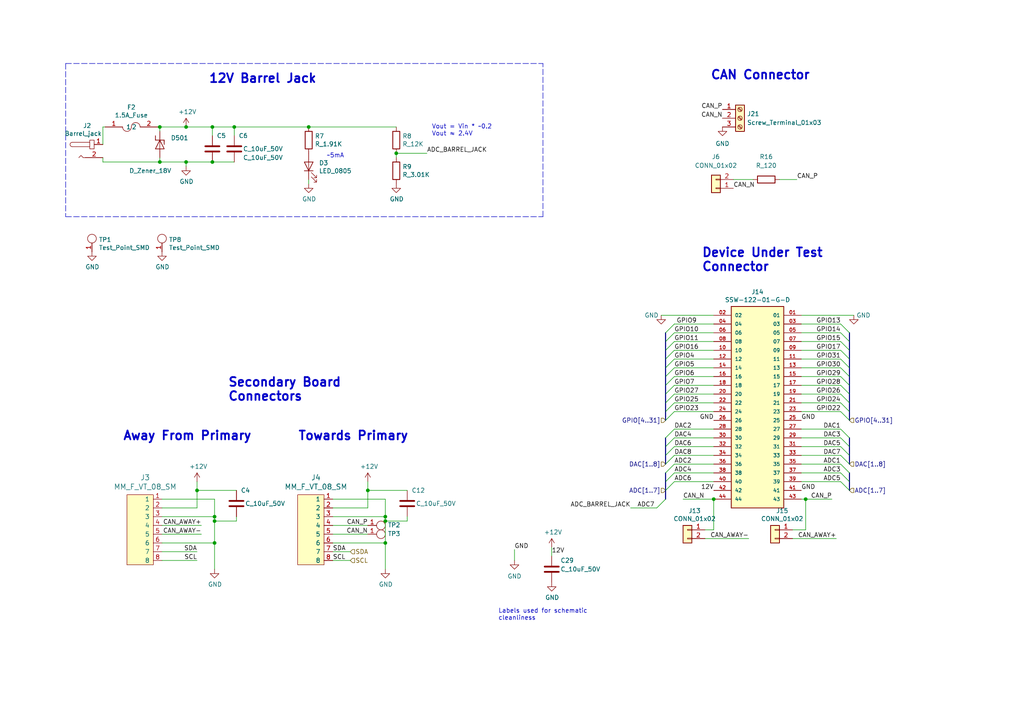
<source format=kicad_sch>
(kicad_sch (version 20211123) (generator eeschema)
  (paper "A4")
  (lib_symbols
    (symbol "formula:1.5A_Fuse" (pin_names (offset 1.016))
      (property "Reference" "F" (at 0 3.81 0))
      (property "Value" "1.5A_Fuse" (at 0 -3.81 0))
      (symbol "1.5A_Fuse_0_1"
        (arc (start -2.54 0) (mid -1.27 -1.27) (end 0 0))
        (arc (start 1.27 1.27) (mid 0.3554 0.9071) (end 0 0))
        (arc (start 2.54 0) (mid 2.1771 0.9146) (end 1.27 1.27))
      )
      (symbol "1.5A_Fuse_1_1"
        (pin input line (at -7.62 0 0) (length 5.08) (name "1") (number "1"))
        (pin input line (at 7.62 0 180) (length 5.08) (name "2") (number "2"))
      )
    )
    (symbol "formula:Barrel_jack" (pin_names (offset 0) hide)
      (property "Reference" "J" (at 0 0 0))
      (property "Value" "Barrel_jack" (at 0 0 0))
      (symbol "Barrel_jack_0_1"
        (arc (start -3.81 -4.445) (mid -4.445 -5.08) (end -3.81 -5.715))
        (polyline (pts (xy 1.27 -5.715) (xy -3.81 -5.715)))
        (polyline (pts (xy 1.27 -4.445) (xy -3.81 -4.445)))
        (polyline (pts (xy 0 -8.89) (xy -0.635 -8.89) (xy -1.27 -8.255) (xy -1.905 -8.89)))
        (rectangle (start 1.27 -3.81) (end 2.54 -6.35))
      )
      (symbol "Barrel_jack_1_1"
        (pin power_out line (at 5.08 -5.08 180) (length 2.54) (name "center") (number "1"))
        (pin power_out line (at 5.08 -8.89 180) (length 5.08) (name "Shell") (number "2"))
      )
    )
    (symbol "formula:CONN_01x02" (pin_names (offset 1.016) hide)
      (property "Reference" "J" (at 0 2.54 0))
      (property "Value" "CONN_01x02" (at 0 -5.08 0))
      (symbol "CONN_01x02_1_1"
        (rectangle (start -1.27 -2.413) (end 0 -2.667) (stroke (width 0.1524)))
        (rectangle (start -1.27 0.127) (end 0 -0.127) (stroke (width 0.1524)))
        (rectangle (start -1.27 1.27) (end 1.27 -3.81) (stroke (width 0.254)) (fill (type background)))
        (pin passive line (at -5.08 0 0) (length 3.81) (name "Pin_1") (number "1"))
        (pin passive line (at -5.08 -2.54 0) (length 3.81) (name "Pin_2") (number "2"))
      )
    )
    (symbol "formula:C_10uF_50V" (pin_numbers hide) (pin_names (offset 0.254))
      (property "Reference" "C" (at 0.635 3.81 0))
      (property "Value" "C_10uF_50V" (at 0.635 -1.27 0))
      (symbol "C_10uF_50V_0_1"
        (polyline (pts (xy -2.032 0.508) (xy 2.032 0.508)) (stroke (width 0.508)))
        (polyline (pts (xy -2.032 2.032) (xy 2.032 2.032)) (stroke (width 0.508)))
      )
      (symbol "C_10uF_50V_1_1"
        (pin passive line (at 0 5.08 270) (length 2.794) (name "~") (number "1"))
        (pin passive line (at 0 -2.54 90) (length 2.794) (name "~") (number "2"))
      )
    )
    (symbol "formula:D_Zener_18V" (pin_numbers hide) (pin_names (offset 1.016) hide)
      (property "Reference" "D" (at 0 2.54 0))
      (property "Value" "D_Zener_18V" (at 0 -2.54 0))
      (symbol "D_Zener_18V_0_1"
        (polyline (pts (xy -1.27 -1.27) (xy -2.54 -1.27)) (stroke (width 0.2032)))
        (polyline (pts (xy -1.27 1.27) (xy 0 1.27)) (stroke (width 0.2032)))
        (polyline (pts (xy 1.27 0) (xy -1.27 0)))
        (polyline (pts (xy -1.27 -1.27) (xy -1.27 1.27) (xy -0.762 1.27)) (stroke (width 0.2032)))
        (polyline (pts (xy 1.27 -1.27) (xy 1.27 1.27) (xy -1.27 0) (xy 1.27 -1.27)) (stroke (width 0.2032)))
      )
      (symbol "D_Zener_18V_1_1"
        (pin passive line (at -3.81 0 0) (length 2.54) (name "K") (number "1"))
        (pin passive line (at 3.81 0 180) (length 2.54) (name "A") (number "2"))
      )
    )
    (symbol "formula:LED_0805" (pin_numbers hide) (pin_names (offset 1.016) hide)
      (property "Reference" "D" (at 0 -2.54 0))
      (property "Value" "LED_0805" (at 0 2.54 0))
      (symbol "LED_0805_0_1"
        (polyline (pts (xy -1.27 -1.27) (xy -1.27 1.27)) (stroke (width 0.2032)))
        (polyline (pts (xy -1.27 0) (xy 1.27 0)))
        (polyline (pts (xy 1.27 -1.27) (xy 1.27 1.27) (xy -1.27 0) (xy 1.27 -1.27)) (stroke (width 0.2032)))
        (polyline (pts (xy -3.048 -0.762) (xy -4.572 -2.286) (xy -3.81 -2.286) (xy -4.572 -2.286) (xy -4.572 -1.524)))
        (polyline (pts (xy -1.778 -0.762) (xy -3.302 -2.286) (xy -2.54 -2.286) (xy -3.302 -2.286) (xy -3.302 -1.524)))
      )
      (symbol "LED_0805_1_1"
        (pin passive line (at -3.81 0 0) (length 2.54) (name "K") (number "1"))
        (pin passive line (at 3.81 0 180) (length 2.54) (name "A") (number "2"))
      )
    )
    (symbol "formula:MM_F_VT_08_SM" (pin_names (offset 1.016))
      (property "Reference" "J" (at 0 10.16 0))
      (property "Value" "MM_F_VT_08_SM" (at 1.27 -13.97 0))
      (symbol "MM_F_VT_08_SM_0_1"
        (rectangle (start 3.81 -11.43) (end -3.81 8.89) (fill (type background)))
      )
      (symbol "MM_F_VT_08_SM_1_1"
        (pin bidirectional line (at 6.35 7.62 180) (length 2.54) (name "1") (number "1"))
        (pin bidirectional line (at 6.35 5.08 180) (length 2.54) (name "2") (number "2"))
        (pin bidirectional line (at 6.35 2.54 180) (length 2.54) (name "3") (number "3"))
        (pin bidirectional line (at 6.35 0 180) (length 2.54) (name "4") (number "4"))
        (pin bidirectional line (at 6.35 -2.54 180) (length 2.54) (name "5") (number "5"))
        (pin bidirectional line (at 6.35 -5.08 180) (length 2.54) (name "6") (number "6"))
        (pin bidirectional line (at 6.35 -7.62 180) (length 2.54) (name "7") (number "7"))
        (pin bidirectional line (at 6.35 -10.16 180) (length 2.54) (name "8") (number "8"))
      )
    )
    (symbol "formula:R_1.91K" (pin_numbers hide) (pin_names (offset 0))
      (property "Reference" "R" (at 2.032 0 90))
      (property "Value" "R_1.91K" (at -2.54 0 90))
      (symbol "R_1.91K_0_1"
        (rectangle (start -1.016 -2.54) (end 1.016 2.54) (stroke (width 0.254)))
      )
      (symbol "R_1.91K_1_1"
        (pin passive line (at 0 3.81 270) (length 1.27) (name "~") (number "1"))
        (pin passive line (at 0 -3.81 90) (length 1.27) (name "~") (number "2"))
      )
    )
    (symbol "formula:R_120" (pin_numbers hide) (pin_names (offset 0))
      (property "Reference" "R" (at 2.032 0 90))
      (property "Value" "R_120" (at -2.54 0 90))
      (symbol "R_120_0_1"
        (rectangle (start -1.016 -2.54) (end 1.016 2.54) (stroke (width 0.254)))
      )
      (symbol "R_120_1_1"
        (pin passive line (at 0 3.81 270) (length 1.27) (name "~") (number "1"))
        (pin passive line (at 0 -3.81 90) (length 1.27) (name "~") (number "2"))
      )
    )
    (symbol "formula:R_12K" (pin_numbers hide) (pin_names (offset 0))
      (property "Reference" "R" (at 2.032 0 90))
      (property "Value" "R_12K" (at -2.54 0 90))
      (symbol "R_12K_0_1"
        (rectangle (start -1.016 -2.54) (end 1.016 2.54) (stroke (width 0.254)))
      )
      (symbol "R_12K_1_1"
        (pin passive line (at 0 3.81 270) (length 1.27) (name "~") (number "1"))
        (pin passive line (at 0 -3.81 90) (length 1.27) (name "~") (number "2"))
      )
    )
    (symbol "formula:R_3.01K" (pin_numbers hide) (pin_names (offset 0))
      (property "Reference" "R" (at 2.032 0 90))
      (property "Value" "R_3.01K" (at -2.54 0 90))
      (symbol "R_3.01K_0_1"
        (rectangle (start -1.016 -2.54) (end 1.016 2.54) (stroke (width 0.254)))
      )
      (symbol "R_3.01K_1_1"
        (pin passive line (at 0 3.81 270) (length 1.27) (name "~") (number "1"))
        (pin passive line (at 0 -3.81 90) (length 1.27) (name "~") (number "2"))
      )
    )
    (symbol "formula:SSW-122-01-G-D" (pin_names (offset 1.016))
      (property "Reference" "J" (at -8.128 30.48 0))
      (property "Value" "SSW-122-01-G-D" (at -7.62 -30.48 0))
      (symbol "SSW-122-01-G-D_0_0"
        (rectangle (start -7.62 -27.94) (end 7.62 30.48) (stroke (width 0.254)) (fill (type background)))
        (pin passive line (at 12.7 27.94 180) (length 5.08) (name "01") (number "01"))
        (pin passive line (at -12.7 27.94 0) (length 5.08) (name "02") (number "02"))
        (pin passive line (at 12.7 25.4 180) (length 5.08) (name "03") (number "03"))
        (pin passive line (at -12.7 25.4 0) (length 5.08) (name "04") (number "04"))
        (pin passive line (at 12.7 22.86 180) (length 5.08) (name "05") (number "05"))
        (pin passive line (at -12.7 22.86 0) (length 5.08) (name "06") (number "06"))
        (pin passive line (at 12.7 20.32 180) (length 5.08) (name "07") (number "07"))
        (pin passive line (at -12.7 20.32 0) (length 5.08) (name "08") (number "08"))
        (pin passive line (at 12.7 17.78 180) (length 5.08) (name "09") (number "09"))
        (pin passive line (at -12.7 17.78 0) (length 5.08) (name "10") (number "10"))
        (pin passive line (at 12.7 15.24 180) (length 5.08) (name "11") (number "11"))
        (pin passive line (at -12.7 15.24 0) (length 5.08) (name "12") (number "12"))
        (pin passive line (at 12.7 12.7 180) (length 5.08) (name "13") (number "13"))
        (pin passive line (at -12.7 12.7 0) (length 5.08) (name "14") (number "14"))
        (pin passive line (at 12.7 10.16 180) (length 5.08) (name "15") (number "15"))
        (pin passive line (at -12.7 10.16 0) (length 5.08) (name "16") (number "16"))
        (pin passive line (at 12.7 7.62 180) (length 5.08) (name "17") (number "17"))
        (pin passive line (at -12.7 7.62 0) (length 5.08) (name "18") (number "18"))
        (pin passive line (at 12.7 5.08 180) (length 5.08) (name "19") (number "19"))
        (pin passive line (at -12.7 5.08 0) (length 5.08) (name "20") (number "20"))
        (pin passive line (at 12.7 2.54 180) (length 5.08) (name "21") (number "21"))
        (pin passive line (at -12.7 2.54 0) (length 5.08) (name "22") (number "22"))
        (pin passive line (at 12.7 0 180) (length 5.08) (name "23") (number "23"))
        (pin passive line (at -12.7 0 0) (length 5.08) (name "24") (number "24"))
        (pin passive line (at 12.7 -2.54 180) (length 5.08) (name "25") (number "25"))
        (pin passive line (at -12.7 -2.54 0) (length 5.08) (name "26") (number "26"))
        (pin passive line (at 12.7 -5.08 180) (length 5.08) (name "27") (number "27"))
        (pin passive line (at -12.7 -5.08 0) (length 5.08) (name "28") (number "28"))
        (pin passive line (at 12.7 -7.62 180) (length 5.08) (name "29") (number "29"))
        (pin passive line (at -12.7 -7.62 0) (length 5.08) (name "30") (number "30"))
        (pin passive line (at 12.7 -10.16 180) (length 5.08) (name "31") (number "31"))
        (pin passive line (at -12.7 -10.16 0) (length 5.08) (name "32") (number "32"))
        (pin passive line (at 12.7 -12.7 180) (length 5.08) (name "33") (number "33"))
        (pin passive line (at -12.7 -12.7 0) (length 5.08) (name "34") (number "34"))
        (pin passive line (at 12.7 -15.24 180) (length 5.08) (name "35") (number "35"))
        (pin passive line (at -12.7 -15.24 0) (length 5.08) (name "36") (number "36"))
        (pin passive line (at 12.7 -17.78 180) (length 5.08) (name "37") (number "37"))
        (pin passive line (at -12.7 -17.78 0) (length 5.08) (name "38") (number "38"))
        (pin passive line (at 12.7 -20.32 180) (length 5.08) (name "39") (number "39"))
        (pin passive line (at -12.7 -20.32 0) (length 5.08) (name "40") (number "40"))
        (pin passive line (at 12.7 -22.86 180) (length 5.08) (name "41") (number "41"))
        (pin passive line (at -12.7 -22.86 0) (length 5.08) (name "42") (number "42"))
        (pin passive line (at 12.7 -25.4 180) (length 5.08) (name "43") (number "43"))
        (pin passive line (at -12.7 -25.4 0) (length 5.08) (name "44") (number "44"))
      )
    )
    (symbol "formula:Screw_Terminal_01x03" (pin_names (offset 1.016) hide)
      (property "Reference" "J" (at 0 5.08 0))
      (property "Value" "Screw_Terminal_01x03" (at 0 -5.08 0))
      (symbol "Screw_Terminal_01x03_1_1"
        (rectangle (start -1.27 3.81) (end 1.27 -3.81) (stroke (width 0.254)) (fill (type background)))
        (circle (center 0 -2.54) (radius 0.635) (stroke (width 0.1524)))
        (polyline (pts (xy -0.5334 -2.2098) (xy 0.3302 -3.048)) (stroke (width 0.1524)))
        (polyline (pts (xy -0.5334 0.3302) (xy 0.3302 -0.508)) (stroke (width 0.1524)))
        (polyline (pts (xy -0.5334 2.8702) (xy 0.3302 2.032)) (stroke (width 0.1524)))
        (polyline (pts (xy -0.3556 -2.032) (xy 0.508 -2.8702)) (stroke (width 0.1524)))
        (polyline (pts (xy -0.3556 0.508) (xy 0.508 -0.3302)) (stroke (width 0.1524)))
        (polyline (pts (xy -0.3556 3.048) (xy 0.508 2.2098)) (stroke (width 0.1524)))
        (circle (center 0 0) (radius 0.635) (stroke (width 0.1524)))
        (circle (center 0 2.54) (radius 0.635) (stroke (width 0.1524)))
        (pin passive line (at -5.08 2.54 0) (length 3.81) (name "Pin_1") (number "1"))
        (pin passive line (at -5.08 0 0) (length 3.81) (name "Pin_2") (number "2"))
        (pin passive line (at -5.08 -2.54 0) (length 3.81) (name "Pin_3") (number "3"))
      )
    )
    (symbol "formula:Test_Point_SMD" (pin_names (offset 1.016))
      (property "Reference" "TP" (at 0 7.62 0))
      (property "Value" "Test_Point_SMD" (at 1.27 5.08 0))
      (symbol "Test_Point_SMD_1_1"
        (circle (center 0 2.54) (radius 1.27))
        (pin input line (at 0 -1.27 90) (length 2.54) (name "~") (number "1"))
      )
    )
    (symbol "power:+12V" (power) (pin_names (offset 0))
      (property "Value" "+12V" (at 0 3.556 0))
      (symbol "+12V_0_1"
        (polyline (pts (xy -0.762 1.27) (xy 0 2.54)))
        (polyline (pts (xy 0 0) (xy 0 2.54)))
        (polyline (pts (xy 0 2.54) (xy 0.762 1.27)))
      )
      (symbol "+12V_1_1"
        (pin power_in line (at 0 0 90) (length 0) hide (name "+12V") (number "1"))
      )
    )
    (symbol "power:GND" (power) (pin_names (offset 0))
      (property "Value" "GND" (at 0 -3.81 0))
      (symbol "GND_0_1"
        (polyline (pts (xy 0 0) (xy 0 -1.27) (xy 1.27 -1.27) (xy 0 -2.54) (xy -1.27 -1.27) (xy 0 -1.27)))
      )
      (symbol "GND_1_1"
        (pin power_in line (at 0 0 270) (length 0) hide (name "GND") (number "1"))
      )
    )
  )
  (junction (at 61.595 46.99))
  (junction (at 207.01 144.78))
  (junction (at 61.595 36.83))
  (junction (at 53.975 46.99))
  (junction (at 57.15 142.24))
  (junction (at 46.355 36.83))
  (junction (at 53.975 36.83))
  (junction (at 89.535 36.83))
  (junction (at 62.23 151.13))
  (junction (at 114.935 44.45))
  (junction (at 46.355 46.99))
  (junction (at 111.76 151.13))
  (junction (at 111.76 149.86))
  (junction (at 62.23 149.86))
  (junction (at 111.76 157.48))
  (junction (at 67.945 36.83))
  (junction (at 106.68 142.24))
  (junction (at 62.23 157.48))
  (junction (at 233.68 144.78))
  (bus_entry (at 243.84 111.76) (size 2.54 2.54))
  (bus_entry (at 193.04 106.68) (size 2.54 -2.54))
  (bus_entry (at 193.04 99.06) (size 2.54 -2.54))
  (bus_entry (at 243.84 124.46) (size 2.54 2.54))
  (bus_entry (at 243.84 127) (size 2.54 2.54))
  (bus_entry (at 243.84 129.54) (size 2.54 2.54))
  (bus_entry (at 243.84 99.06) (size 2.54 2.54))
  (bus_entry (at 243.84 116.84) (size 2.54 2.54))
  (bus_entry (at 243.84 109.22) (size 2.54 2.54))
  (bus_entry (at 193.04 111.76) (size 2.54 -2.54))
  (bus_entry (at 193.04 137.16) (size 2.54 -2.54))
  (bus_entry (at 193.04 127) (size 2.54 -2.54))
  (bus_entry (at 193.04 129.54) (size 2.54 -2.54))
  (bus_entry (at 193.04 132.08) (size 2.54 -2.54))
  (bus_entry (at 193.04 134.62) (size 2.54 -2.54))
  (bus_entry (at 195.58 119.38) (size -2.54 2.54))
  (bus_entry (at 243.84 101.6) (size 2.54 2.54))
  (bus_entry (at 193.04 109.22) (size 2.54 -2.54))
  (bus_entry (at 243.84 93.98) (size 2.54 2.54))
  (bus_entry (at 246.38 134.62) (size -2.54 -2.54))
  (bus_entry (at 243.84 106.68) (size 2.54 2.54))
  (bus_entry (at 193.04 114.3) (size 2.54 -2.54))
  (bus_entry (at 243.84 119.38) (size 2.54 2.54))
  (bus_entry (at 193.04 144.78) (size -2.54 2.54))
  (bus_entry (at 243.84 104.14) (size 2.54 2.54))
  (bus_entry (at 193.04 116.84) (size 2.54 -2.54))
  (bus_entry (at 195.58 116.84) (size -2.54 2.54))
  (bus_entry (at 193.04 96.52) (size 2.54 -2.54))
  (bus_entry (at 193.04 101.6) (size 2.54 -2.54))
  (bus_entry (at 243.84 96.52) (size 2.54 2.54))
  (bus_entry (at 193.04 139.7) (size 2.54 -2.54))
  (bus_entry (at 193.04 142.24) (size 2.54 -2.54))
  (bus_entry (at 193.04 104.14) (size 2.54 -2.54))
  (bus_entry (at 243.84 134.62) (size 2.54 2.54))
  (bus_entry (at 243.84 137.16) (size 2.54 2.54))
  (bus_entry (at 243.84 139.7) (size 2.54 2.54))
  (bus_entry (at 243.84 114.3) (size 2.54 2.54))
  (wire (pts (xy 46.99 154.94) (xy 58.42 154.94)))
  (bus (pts (xy 246.38 114.3) (xy 246.38 116.84)))
  (wire (pts (xy 67.945 36.83) (xy 61.595 36.83)))
  (wire (pts (xy 57.15 147.32) (xy 46.99 147.32)))
  (wire (pts (xy 195.58 129.54) (xy 207.01 129.54)))
  (wire (pts (xy 232.41 116.84) (xy 243.84 116.84)))
  (bus (pts (xy 246.38 104.14) (xy 246.38 106.68)))
  (bus (pts (xy 193.04 139.7) (xy 193.04 142.24)))
  (wire (pts (xy 68.58 142.24) (xy 57.15 142.24)))
  (wire (pts (xy 195.58 93.98) (xy 207.01 93.98)))
  (wire (pts (xy 57.15 142.24) (xy 57.15 147.32)))
  (wire (pts (xy 243.84 114.3) (xy 232.41 114.3)))
  (wire (pts (xy 232.41 139.7) (xy 243.84 139.7)))
  (wire (pts (xy 62.23 165.1) (xy 62.23 157.48)))
  (wire (pts (xy 207.01 101.6) (xy 195.58 101.6)))
  (wire (pts (xy 96.52 149.86) (xy 111.76 149.86)))
  (bus (pts (xy 193.04 104.14) (xy 193.04 106.68)))
  (wire (pts (xy 207.01 109.22) (xy 195.58 109.22)))
  (wire (pts (xy 195.58 124.46) (xy 207.01 124.46)))
  (wire (pts (xy 243.84 109.22) (xy 232.41 109.22)))
  (wire (pts (xy 243.84 104.14) (xy 232.41 104.14)))
  (wire (pts (xy 229.87 153.67) (xy 233.68 153.67)))
  (bus (pts (xy 246.38 119.38) (xy 246.38 121.92)))
  (wire (pts (xy 106.68 142.24) (xy 106.68 147.32)))
  (wire (pts (xy 243.84 99.06) (xy 232.41 99.06)))
  (wire (pts (xy 62.23 149.86) (xy 62.23 151.13)))
  (wire (pts (xy 106.68 152.4) (xy 96.52 152.4)))
  (wire (pts (xy 195.58 106.68) (xy 207.01 106.68)))
  (wire (pts (xy 29.845 36.83) (xy 30.48 36.83)))
  (wire (pts (xy 96.52 160.02) (xy 101.6 160.02)))
  (wire (pts (xy 232.41 96.52) (xy 243.84 96.52)))
  (bus (pts (xy 193.04 119.38) (xy 193.04 121.92)))
  (bus (pts (xy 193.04 142.24) (xy 193.04 144.78)))
  (wire (pts (xy 195.58 137.16) (xy 207.01 137.16)))
  (wire (pts (xy 243.84 101.6) (xy 232.41 101.6)))
  (bus (pts (xy 246.38 101.6) (xy 246.38 104.14)))
  (wire (pts (xy 118.11 142.24) (xy 106.68 142.24)))
  (bus (pts (xy 193.04 114.3) (xy 193.04 116.84)))
  (wire (pts (xy 67.945 46.99) (xy 61.595 46.99)))
  (bus (pts (xy 246.38 99.06) (xy 246.38 101.6)))
  (polyline (pts (xy 19.05 18.415) (xy 157.48 18.415)))
  (wire (pts (xy 217.17 156.21) (xy 204.47 156.21)))
  (wire (pts (xy 232.41 124.46) (xy 243.84 124.46)))
  (wire (pts (xy 232.41 93.98) (xy 243.84 93.98)))
  (bus (pts (xy 246.38 139.7) (xy 246.38 142.24)))
  (bus (pts (xy 246.38 127) (xy 246.38 129.54)))
  (wire (pts (xy 46.99 149.86) (xy 62.23 149.86)))
  (wire (pts (xy 226.06 52.07) (xy 231.14 52.07)))
  (wire (pts (xy 233.68 144.78) (xy 232.41 144.78)))
  (wire (pts (xy 53.975 48.26) (xy 53.975 46.99)))
  (wire (pts (xy 195.58 116.84) (xy 207.01 116.84)))
  (wire (pts (xy 195.58 104.14) (xy 207.01 104.14)))
  (wire (pts (xy 62.23 151.13) (xy 62.23 157.48)))
  (wire (pts (xy 207.01 119.38) (xy 195.58 119.38)))
  (wire (pts (xy 212.725 52.07) (xy 218.44 52.07)))
  (wire (pts (xy 207.01 127) (xy 195.58 127)))
  (wire (pts (xy 57.15 139.7) (xy 57.15 142.24)))
  (wire (pts (xy 207.01 132.08) (xy 195.58 132.08)))
  (wire (pts (xy 96.52 157.48) (xy 111.76 157.48)))
  (wire (pts (xy 111.76 144.78) (xy 111.76 149.86)))
  (wire (pts (xy 62.23 144.78) (xy 46.99 144.78)))
  (polyline (pts (xy 19.05 62.865) (xy 157.48 62.865)))
  (wire (pts (xy 89.535 36.83) (xy 114.935 36.83)))
  (wire (pts (xy 195.58 96.52) (xy 207.01 96.52)))
  (wire (pts (xy 111.76 149.86) (xy 111.76 151.13)))
  (wire (pts (xy 204.47 153.67) (xy 207.01 153.67)))
  (wire (pts (xy 67.945 39.37) (xy 67.945 36.83)))
  (bus (pts (xy 246.38 96.52) (xy 246.38 99.06)))
  (wire (pts (xy 118.11 151.13) (xy 111.76 151.13)))
  (bus (pts (xy 193.04 116.84) (xy 193.04 119.38)))
  (bus (pts (xy 193.04 127) (xy 193.04 129.54)))
  (bus (pts (xy 193.04 111.76) (xy 193.04 114.3)))
  (wire (pts (xy 96.52 162.56) (xy 101.6 162.56)))
  (wire (pts (xy 160.02 158.75) (xy 160.02 161.29)))
  (bus (pts (xy 193.04 106.68) (xy 193.04 109.22)))
  (wire (pts (xy 207.01 99.06) (xy 195.58 99.06)))
  (wire (pts (xy 207.01 153.67) (xy 207.01 144.78)))
  (wire (pts (xy 243.84 119.38) (xy 232.41 119.38)))
  (wire (pts (xy 111.76 151.13) (xy 111.76 157.48)))
  (bus (pts (xy 193.04 96.52) (xy 193.04 99.06)))
  (wire (pts (xy 106.68 147.32) (xy 96.52 147.32)))
  (wire (pts (xy 195.58 134.62) (xy 207.01 134.62)))
  (wire (pts (xy 243.84 127) (xy 232.41 127)))
  (bus (pts (xy 193.04 99.06) (xy 193.04 101.6)))
  (wire (pts (xy 207.01 144.78) (xy 198.12 144.78)))
  (wire (pts (xy 232.41 111.76) (xy 243.84 111.76)))
  (wire (pts (xy 61.595 39.37) (xy 61.595 36.83)))
  (bus (pts (xy 246.38 137.16) (xy 246.38 139.7)))
  (wire (pts (xy 46.355 45.72) (xy 46.355 46.99)))
  (wire (pts (xy 182.88 147.32) (xy 190.5 147.32)))
  (wire (pts (xy 232.41 129.54) (xy 243.84 129.54)))
  (wire (pts (xy 62.23 144.78) (xy 62.23 149.86)))
  (wire (pts (xy 232.41 106.68) (xy 243.84 106.68)))
  (bus (pts (xy 246.38 129.54) (xy 246.38 132.08)))
  (wire (pts (xy 114.935 45.72) (xy 114.935 44.45)))
  (bus (pts (xy 193.04 109.22) (xy 193.04 111.76)))
  (wire (pts (xy 46.99 152.4) (xy 58.42 152.4)))
  (bus (pts (xy 193.04 129.54) (xy 193.04 132.08)))
  (wire (pts (xy 46.99 157.48) (xy 62.23 157.48)))
  (bus (pts (xy 246.38 132.08) (xy 246.38 134.62)))
  (wire (pts (xy 29.845 46.99) (xy 46.355 46.99)))
  (polyline (pts (xy 19.05 18.415) (xy 19.05 62.865)))
  (wire (pts (xy 111.76 144.78) (xy 96.52 144.78)))
  (polyline (pts (xy 157.48 62.865) (xy 157.48 18.415)))
  (wire (pts (xy 29.845 46.99) (xy 29.845 45.72)))
  (wire (pts (xy 46.355 46.99) (xy 53.975 46.99)))
  (bus (pts (xy 246.38 106.68) (xy 246.38 109.22)))
  (bus (pts (xy 193.04 137.16) (xy 193.04 139.7)))
  (wire (pts (xy 106.68 154.94) (xy 96.52 154.94)))
  (wire (pts (xy 89.535 53.34) (xy 89.535 52.07)))
  (wire (pts (xy 233.68 153.67) (xy 233.68 144.78)))
  (wire (pts (xy 106.68 139.7) (xy 106.68 142.24)))
  (wire (pts (xy 53.975 36.83) (xy 61.595 36.83)))
  (wire (pts (xy 45.72 36.83) (xy 46.355 36.83)))
  (wire (pts (xy 232.41 132.08) (xy 243.84 132.08)))
  (wire (pts (xy 195.58 139.7) (xy 207.01 139.7)))
  (wire (pts (xy 46.355 36.83) (xy 53.975 36.83)))
  (bus (pts (xy 193.04 132.08) (xy 193.04 134.62)))
  (wire (pts (xy 232.41 134.62) (xy 243.84 134.62)))
  (bus (pts (xy 246.38 111.76) (xy 246.38 114.3)))
  (bus (pts (xy 193.04 101.6) (xy 193.04 104.14)))
  (wire (pts (xy 123.825 44.45) (xy 114.935 44.45)))
  (wire (pts (xy 46.99 162.56) (xy 57.15 162.56)))
  (wire (pts (xy 232.41 137.16) (xy 243.84 137.16)))
  (wire (pts (xy 191.77 91.44) (xy 207.01 91.44)))
  (wire (pts (xy 89.535 36.83) (xy 67.945 36.83)))
  (wire (pts (xy 46.355 36.83) (xy 46.355 38.1)))
  (bus (pts (xy 246.38 109.22) (xy 246.38 111.76)))
  (wire (pts (xy 242.57 156.21) (xy 229.87 156.21)))
  (wire (pts (xy 29.845 41.91) (xy 29.845 36.83)))
  (wire (pts (xy 111.76 165.1) (xy 111.76 157.48)))
  (wire (pts (xy 247.65 91.44) (xy 232.41 91.44)))
  (wire (pts (xy 68.58 149.86) (xy 68.58 151.13)))
  (wire (pts (xy 118.11 149.86) (xy 118.11 151.13)))
  (wire (pts (xy 149.225 159.385) (xy 149.225 162.56)))
  (wire (pts (xy 46.99 160.02) (xy 57.15 160.02)))
  (wire (pts (xy 61.595 46.99) (xy 53.975 46.99)))
  (wire (pts (xy 195.58 111.76) (xy 207.01 111.76)))
  (bus (pts (xy 246.38 116.84) (xy 246.38 119.38)))
  (wire (pts (xy 68.58 151.13) (xy 62.23 151.13)))
  (wire (pts (xy 207.01 114.3) (xy 195.58 114.3)))
  (wire (pts (xy 241.3 144.78) (xy 233.68 144.78)))
  (text "CAN Connector" (at 205.994 23.368 0) (effects (font (size 2.54 2.54) (thickness 0.508) bold) (justify left bottom)))
  (text "Vout = Vin * ~0.2\nVout ≈ 2.4V" (at 125.222 39.624 0) (effects (font (size 1.27 1.27)) (justify left bottom)))
  (text "Device Under Test\nConnector" (at 203.454 78.994 0) (effects (font (size 2.54 2.54) (thickness 0.508) bold) (justify left bottom)))
  (text "Towards Primary" (at 86.36 128.016 0) (effects (font (size 2.54 2.54) (thickness 0.508) bold) (justify left bottom)))
  (text "~5mA" (at 94.742 45.974 0) (effects (font (size 1.27 1.27)) (justify left bottom)))
  (text "12V Barrel Jack" (at 60.452 24.384 0) (effects (font (size 2.54 2.54) (thickness 0.508) bold) (justify left bottom)))
  (text "Labels used for schematic\ncleanliness" (at 144.526 180.086 0) (effects (font (size 1.27 1.27)) (justify left bottom)))
  (text "Secondary Board\nConnectors" (at 66.04 116.586 0) (effects (font (size 2.54 2.54) (thickness 0.508) bold) (justify left bottom)))
  (text "Away From Primary" (at 35.56 128.016 0) (effects (font (size 2.54 2.54) (thickness 0.508) bold) (justify left bottom)))
  (label "GPIO25" (at 195.58 116.84 0))
  (label "GPIO10" (at 195.58 96.52 0))
  (label "ADC1" (at 243.84 134.62 180))
  (label "CAN_P" (at 209.55 31.75 180))
  (label "GPIO17" (at 243.84 101.6 180))
  (label "ADC6" (at 195.58 139.7 0))
  (label "GPIO27" (at 195.58 114.3 0))
  (label "CAN_P" (at 241.3 144.78 180))
  (label "DAC7" (at 243.84 132.08 180))
  (label "ADC5" (at 243.84 139.7 180))
  (label "GPIO15" (at 243.84 99.06 180))
  (label "CAN_N" (at 212.725 54.61 0))
  (label "CAN_P" (at 106.68 152.4 180))
  (label "ADC3" (at 243.84 137.16 180))
  (label "GPIO22" (at 243.84 119.38 180))
  (label "GPIO16" (at 195.58 101.6 0))
  (label "SDA" (at 96.52 160.02 0))
  (label "CAN_AWAY-" (at 58.42 154.94 180))
  (label "DAC8" (at 195.58 132.08 0))
  (label "GPIO24" (at 243.84 116.84 180))
  (label "CAN_N" (at 209.55 34.29 180))
  (label "GPIO26" (at 243.84 114.3 180))
  (label "DAC5" (at 243.84 129.54 180))
  (label "GPIO11" (at 195.58 99.06 0))
  (label "12V" (at 207.01 142.24 180))
  (label "GPIO28" (at 243.84 111.76 180))
  (label "GPIO30" (at 243.84 106.68 180))
  (label "CAN_AWAY+" (at 58.42 152.4 180))
  (label "DAC1" (at 243.84 124.46 180))
  (label "SDA" (at 57.15 160.02 180))
  (label "GPIO23" (at 195.58 119.38 0))
  (label "SCL" (at 57.15 162.56 180))
  (label "CAN_AWAY+" (at 242.57 156.21 180))
  (label "CAN_P" (at 231.14 52.07 0))
  (label "CAN_N" (at 198.12 144.78 0))
  (label "GPIO5" (at 195.58 106.68 0))
  (label "SCL" (at 96.52 162.56 0))
  (label "GND" (at 232.41 121.92 0))
  (label "CAN_N" (at 106.68 154.94 180))
  (label "DAC4" (at 195.58 127 0))
  (label "ADC_BARREL_JACK" (at 123.825 44.45 0))
  (label "GPIO29" (at 243.84 109.22 180))
  (label "CAN_AWAY-" (at 217.17 156.21 180))
  (label "GPIO31" (at 243.84 104.14 180))
  (label "GND" (at 207.01 121.92 180))
  (label "GPIO14" (at 243.84 96.52 180))
  (label "ADC_BARREL_JACK" (at 182.88 147.32 180))
  (label "ADC2" (at 195.58 134.62 0))
  (label "12V" (at 160.02 160.655 0))
  (label "DAC2" (at 195.58 124.46 0))
  (label "DAC3" (at 243.84 127 180))
  (label "GPIO4" (at 195.58 104.14 0))
  (label "GPIO9" (at 196.215 93.98 0))
  (label "DAC6" (at 195.58 129.54 0))
  (label "GND" (at 232.41 142.24 0))
  (label "GPIO7" (at 195.58 111.76 0))
  (label "GPIO6" (at 195.58 109.22 0))
  (label "ADC7" (at 189.865 147.32 180))
  (label "GPIO13" (at 243.84 93.98 180))
  (label "ADC4" (at 195.58 137.16 0))
  (label "GND" (at 149.225 159.385 0))
  (hierarchical_label "SDA" (shape input) (at 101.6 160.02 0))
  (hierarchical_label "DAC[1..8]" (shape input) (at 246.38 134.62 0))
  (hierarchical_label "ADC[1..7]" (shape input) (at 193.04 142.24 180))
  (hierarchical_label "GPIO[4..31]" (shape input) (at 246.38 121.92 0))
  (hierarchical_label "SCL" (shape input) (at 101.6 162.56 0))
  (hierarchical_label "DAC[1..8]" (shape input) (at 193.04 134.62 180))
  (hierarchical_label "GPIO[4..31]" (shape input) (at 193.04 121.92 180))
  (hierarchical_label "ADC[1..7]" (shape input) (at 246.38 142.24 0))
  (symbol (lib_id "power:+12V") (at 53.975 36.83 0) (unit 1)
    (property "Reference" "#PWR?" (effects hide))
    (property "Value" "+12V" (at 54.356 32.4358 0))
  )
  (symbol (lib_id "power:GND") (at 89.535 53.34 0) (unit 1)
    (property "Reference" "#PWR?" (effects hide))
    (property "Value" "GND" (at 89.662 57.7342 0))
  )
  (symbol (lib_id "power:GND") (at 191.77 91.44 0) (unit 1)
    (property "Reference" "#PWR?" (effects hide))
    (property "Value" "GND" (at 188.976 91.44 0))
  )
  (symbol (lib_id "power:GND") (at 209.55 36.83 0) (unit 1)
    (property "Reference" "#PWR?" (effects hide))
    (property "Value" "GND" (at 209.55 41.656 0))
  )
  (symbol (lib_id "formula:Test_Point_SMD") (at 26.67 71.755 0) (unit 1)
    (property "Reference" "TP1" (at 28.6512 69.5198 0) (effects (justify left)))
    (property "Value" "Test_Point_SMD" (at 28.6512 71.8312 0) (effects (justify left)))
    (property "Footprint" "footprints:Test_Point_SMD" (effects hide))
  )
  (symbol (lib_id "power:GND") (at 26.67 73.025 0) (unit 1)
    (property "Reference" "#PWR?" (effects hide))
    (property "Value" "GND" (at 26.797 77.4192 0))
  )
  (symbol (lib_id "power:GND") (at 111.76 165.1 0) (unit 1)
    (property "Reference" "#PWR?" (effects hide))
    (property "Value" "GND" (at 111.887 169.4942 0))
  )
  (symbol (lib_id "formula:MM_F_VT_08_SM") (at 40.64 152.4 0) (unit 1)
    (property "Reference" "J3" (at 42.1132 138.5062 0) (effects (font (size 1.524 1.524))))
    (property "Value" "MM_F_VT_08_SM" (at 42.1132 141.1986 0) (effects (font (size 1.524 1.524))))
    (property "Footprint" "footprints:micromatch_female_vert_8_sm" (effects hide))
    (property "MFN" "TE" (effects hide))
    (property "MPN" "A107024CT-ND" (effects hide))
    (property "PurchasingLink" "https://www.digikey.com/en/products/detail/te-connectivity-amp-connectors/188275-8/1860417" (effects hide))
  )
  (symbol (lib_id "power:+12V") (at 106.68 139.7 0) (unit 1)
    (property "Reference" "#PWR?" (effects hide))
    (property "Value" "+12V" (at 107.061 135.3058 0))
  )
  (symbol (lib_id "formula:CONN_01x02") (at 199.39 153.67 0) (mirror y) (unit 1)
    (property "Reference" "J13" (at 201.4728 148.1582 0))
    (property "Value" "CONN_01x02" (at 201.4728 150.4696 0))
    (property "Footprint" "footprints:pinheader_1x2" (effects hide))
    (property "Datasheet" "https://katalog.we-online.de/em/datasheet/6130xx11121.pdf" (effects hide))
    (property "MFN" "DK" (effects hide))
    (property "MPN" "732-5315-ND" (effects hide))
  )
  (symbol (lib_id "formula:SSW-122-01-G-D") (at 219.71 119.38 0) (unit 1)
    (property "Reference" "J14" (at 219.71 84.6582 0))
    (property "Value" "SSW-122-01-G-D" (at 219.71 86.9696 0))
    (property "Footprint" "footprints:SAMTEC_SSW-122-01-G-D" (effects hide))
    (property "Datasheet" "http://suddendocs.samtec.com/prints/ssw-d.pdf" (effects hide))
    (property "MFN" "Samtec" (effects hide))
    (property "MPN" "SSW-122-01-G-D" (effects hide))
    (property "PurchasingLink" "https://www.digikey.com/en/products/detail/samtec-inc/SSW-122-01-G-D/1112036" (effects hide))
  )
  (symbol (lib_id "power:GND") (at 149.225 162.56 0) (unit 1)
    (property "Reference" "#PWR?" (effects hide))
    (property "Value" "GND" (at 149.225 167.132 0))
  )
  (symbol (lib_id "formula:1.5A_Fuse") (at 38.1 36.83 0) (unit 1)
    (property "Reference" "F2" (at 38.1 31.115 0))
    (property "Value" "1.5A_Fuse" (at 38.1 33.4264 0))
    (property "Footprint" "footprints:Fuse_1206" (effects hide))
    (property "Datasheet" "https://www.littelfuse.com/~/media/electronics/datasheets/fuses/littelfuse_fuse_466_datasheet.pdf.pdf" (effects hide))
    (property "MPN" "F1462CT-ND" (effects hide))
    (property "PurchasingLink" "https://www.digikey.com/product-detail/en/littelfuse-inc/046601.5NR/F1462CT-ND/521360" (effects hide))
    (property "MFN" "046601.5NR" (effects hide))
  )
  (symbol (lib_id "formula:C_10uF_50V") (at 160.02 166.37 0) (unit 1)
    (property "Reference" "C29" (at 162.56 162.56 0) (effects (justify left)))
    (property "Value" "C_10uF_50V" (at 162.56 165.1 0) (effects (justify left)))
    (property "Footprint" "footprints:C_0805_OEM" (effects hide))
    (property "Datasheet" "http://www.samsungsem.com/kr/support/product-https://search.murata.co.jp/Ceramy/image/img/A01X/G101/ENG/GRM21BR61H106KE43-01A.pdf" (effects hide))
    (property "MFN" "Murata" (effects hide))
    (property "MPN" "GRM21BR61H106KE43L" (effects hide))
    (property "PurchasingLink" "https://www.digikey.com/en/products/detail/murata-electronics/GRM21BR61H106KE43L/10326316" (effects hide))
  )
  (symbol (lib_id "formula:R_12K") (at 114.935 40.64 0) (unit 1)
    (property "Reference" "R8" (at 116.713 39.4716 0) (effects (justify left)))
    (property "Value" "R_12K" (at 116.713 41.783 0) (effects (justify left)))
    (property "Footprint" "footprints:R_0805_OEM" (effects hide))
    (property "Datasheet" "https://www.te.com/commerce/DocumentDelivery/DDEController?Action=srchrtrv&DocNm=9-1773463-9&DocType=DS&DocLang=English" (effects hide))
    (property "MFN" "TE" (effects hide))
    (property "MPN" "CRGP0805F12K" (effects hide))
    (property "PurchasingLink" "https://www.digikey.com/en/products/detail/te-connectivity-passive-product/CRGP0805F12K/8577092" (effects hide))
  )
  (symbol (lib_id "formula:R_3.01K") (at 114.935 49.53 0) (unit 1)
    (property "Reference" "R9" (at 116.713 48.3616 0) (effects (justify left)))
    (property "Value" "R_3.01K" (at 116.713 50.673 0) (effects (justify left)))
    (property "Footprint" "footprints:R_0805_OEM" (effects hide))
    (property "Datasheet" "http://www.yageo.com.tw/exep/pages/download/literatures/PYu-R_INT-thick_7.pdf" (effects hide))
    (property "MFN" "DK" (effects hide))
    (property "MPN" "311-3.01KCRCT-ND" (effects hide))
    (property "PurchasingLink" "https://www.digikey.com/products/en?keywords=311-3.01KCRCT-ND" (effects hide))
  )
  (symbol (lib_id "power:GND") (at 62.23 165.1 0) (unit 1)
    (property "Reference" "#PWR?" (effects hide))
    (property "Value" "GND" (at 62.357 169.4942 0))
  )
  (symbol (lib_id "formula:C_10uF_50V") (at 118.11 147.32 0) (unit 1)
    (property "Reference" "C12" (at 119.38 142.24 0) (effects (justify left)))
    (property "Value" "C_10uF_50V" (at 120.65 146.05 0) (effects (justify left)))
    (property "Footprint" "footprints:C_0805_OEM" (effects hide))
    (property "Datasheet" "http://www.samsungsem.com/kr/support/product-https://search.murata.co.jp/Ceramy/image/img/A01X/G101/ENG/GRM21BR61H106KE43-01A.pdf" (effects hide))
    (property "MFN" "Murata" (effects hide))
    (property "MPN" "GRM21BR61H106KE43L" (effects hide))
    (property "PurchasingLink" "https://www.digikey.com/en/products/detail/murata-electronics/GRM21BR61H106KE43L/10326316" (effects hide))
  )
  (symbol (lib_id "formula:Barrel_jack") (at 24.765 36.83 0) (unit 1)
    (property "Reference" "J2" (at 25.273 36.449 0))
    (property "Value" "Barrel_jack" (at 24.13 38.735 0))
    (property "Footprint" "footprints:barrel_jack_PJ-037A" (effects hide))
    (property "Datasheet" "https://www.cui.com/product/resource/pj-037a.pdf" (effects hide))
    (property "MFN" "DK" (effects hide))
    (property "MPN" "CP-037A-ND" (effects hide))
    (property "PurchasingLink" "https://www.digikey.com/product-detail/en/cui-inc/PJ-037A/CP-037A-ND/1644545" (effects hide))
  )
  (symbol (lib_id "formula:R_120") (at 222.25 52.07 270) (unit 1)
    (property "Reference" "R16" (at 222.25 45.466 90))
    (property "Value" "R_120" (at 222.25 48.006 90))
    (property "Footprint" "footprints:R_0805_OEM" (effects hide))
    (property "Datasheet" "https://www.mouser.com/datasheet/2/315/AOA0000C304-1149620.pdf" (effects hide))
    (property "MFN" "DK" (effects hide))
    (property "MPN" "667-ERJ-6ENF1200V" (effects hide))
    (property "PurchasingLink" "https://www.mouser.com/ProductDetail/Panasonic-Industrial-Devices/ERJ-6ENF1200V?qs=sGAEpiMZZMvdGkrng054t8AJgcdMkx7x%252bFQnctTMUmU%3d" (effects hide))
  )
  (symbol (lib_id "power:GND") (at 160.02 168.91 0) (unit 1)
    (property "Reference" "#PWR?" (effects hide))
    (property "Value" "GND" (at 160.147 173.3042 0))
  )
  (symbol (lib_id "formula:R_1.91K") (at 89.535 40.64 0) (unit 1)
    (property "Reference" "R7" (at 91.313 39.4716 0) (effects (justify left)))
    (property "Value" "R_1.91K" (at 91.313 41.783 0) (effects (justify left)))
    (property "Footprint" "footprints:R_0805_OEM" (effects hide))
    (property "PurchasingLink" "https://www.digikey.com/product-detail/en/panasonic-electronic-components/ERJ-PB6D1911V/P21049CT-ND/6215304" (effects hide))
  )
  (symbol (lib_id "formula:Test_Point_SMD") (at 107.95 154.94 270) (unit 1)
    (property "Reference" "TP3" (at 112.4712 154.813 90) (effects (justify left)))
    (property "Value" "Test_Point_SMD" (effects hide))
    (property "Footprint" "footprints:Test_Point_SMD" (effects hide))
  )
  (symbol (lib_id "formula:C_10uF_50V") (at 68.58 147.32 0) (unit 1)
    (property "Reference" "C4" (at 69.85 142.24 0) (effects (justify left)))
    (property "Value" "C_10uF_50V" (at 71.12 146.05 0) (effects (justify left)))
    (property "Footprint" "footprints:C_0805_OEM" (effects hide))
    (property "Datasheet" "http://www.samsungsem.com/kr/support/product-https://search.murata.co.jp/Ceramy/image/img/A01X/G101/ENG/GRM21BR61H106KE43-01A.pdf" (effects hide))
    (property "MFN" "Murata" (effects hide))
    (property "MPN" "GRM21BR61H106KE43L" (effects hide))
    (property "PurchasingLink" "https://www.digikey.com/en/products/detail/murata-electronics/GRM21BR61H106KE43L/10326316" (effects hide))
  )
  (symbol (lib_id "formula:CONN_01x02") (at 224.79 153.67 0) (mirror y) (unit 1)
    (property "Reference" "J15" (at 226.8728 148.1582 0))
    (property "Value" "CONN_01x02" (at 226.8728 150.4696 0))
    (property "Footprint" "footprints:pinheader_1x2" (effects hide))
    (property "Datasheet" "https://katalog.we-online.de/em/datasheet/6130xx11121.pdf" (effects hide))
    (property "MFN" "DK" (effects hide))
    (property "MPN" "732-5315-ND" (effects hide))
  )
  (symbol (lib_id "power:GND") (at 247.65 91.44 0) (unit 1)
    (property "Reference" "#PWR?" (effects hide))
    (property "Value" "GND" (at 250.444 91.44 0))
  )
  (symbol (lib_id "formula:C_10uF_50V") (at 61.595 44.45 0) (unit 1)
    (property "Reference" "C5" (at 62.865 39.37 0) (effects (justify left)))
    (property "Value" "C_10uF_50V" (at 70.485 45.72 0) (effects (justify left)))
    (property "Footprint" "footprints:C_0805_OEM" (effects hide))
    (property "Datasheet" "http://www.samsungsem.com/kr/support/product-https://search.murata.co.jp/Ceramy/image/img/A01X/G101/ENG/GRM21BR61H106KE43-01A.pdf" (effects hide))
    (property "MFN" "Murata" (effects hide))
    (property "MPN" "GRM21BR61H106KE43L" (effects hide))
    (property "PurchasingLink" "https://www.digikey.com/en/products/detail/murata-electronics/GRM21BR61H106KE43L/10326316" (effects hide))
  )
  (symbol (lib_id "power:+12V") (at 57.15 139.7 0) (unit 1)
    (property "Reference" "#PWR?" (effects hide))
    (property "Value" "+12V" (at 57.531 135.3058 0))
  )
  (symbol (lib_id "power:GND") (at 114.935 53.34 0) (unit 1)
    (property "Reference" "#PWR?" (effects hide))
    (property "Value" "GND" (at 115.062 57.7342 0))
  )
  (symbol (lib_id "formula:Test_Point_SMD") (at 107.95 152.4 270) (unit 1)
    (property "Reference" "TP2" (at 112.4712 152.273 90) (effects (justify left)))
    (property "Value" "Test_Point_SMD" (effects hide))
    (property "Footprint" "footprints:Test_Point_SMD" (effects hide))
  )
  (symbol (lib_id "power:GND") (at 53.975 48.26 0) (unit 1)
    (property "Reference" "#PWR?" (effects hide))
    (property "Value" "GND" (at 54.102 52.6542 0))
  )
  (symbol (lib_id "formula:CONN_01x02") (at 207.645 54.61 180) (unit 1)
    (property "Reference" "J6" (at 207.645 45.466 0))
    (property "Value" "CONN_01x02" (at 207.645 48.006 0))
    (property "Footprint" "footprints:pinheader_1x2" (effects hide))
    (property "Datasheet" "https://katalog.we-online.de/em/datasheet/6130xx11121.pdf" (effects hide))
    (property "MFN" "DK" (effects hide))
    (property "MPN" "732-5315-ND" (effects hide))
  )
  (symbol (lib_id "formula:D_Zener_18V") (at 46.355 41.91 270) (unit 1)
    (property "Reference" "D501" (at 49.53 40.0049 90) (effects (justify left)))
    (property "Value" "D_Zener_18V" (at 37.465 49.53 90) (effects (justify left)))
    (property "Footprint" "footprints:DO-214AA" (effects hide))
    (property "Datasheet" "http://www.mccsemi.com/up_pdf/SMBJ5338B-SMBJ5388B(SMB).pdf" (effects hide))
    (property "MFN" "DK" (effects hide))
    (property "MPN" "SMBJ5355B-TPMSCT-ND" (effects hide))
    (property "PurchasingLink" "https://www.digikey.com/products/en?keywords=SMBJ5355B-TPMSCT-ND" (effects hide))
  )
  (symbol (lib_id "formula:LED_0805") (at 89.535 48.26 90) (unit 1)
    (property "Reference" "D3" (at 92.5068 47.2694 90) (effects (justify right)))
    (property "Value" "LED_0805" (at 92.5068 49.5808 90) (effects (justify right)))
    (property "Footprint" "footprints:LED_0805_OEM" (effects hide))
    (property "Datasheet" "http://www.osram-os.com/Graphics/XPic9/00078860_0.pdf" (effects hide))
    (property "MFN" "DK" (effects hide))
    (property "MPN" "475-1410-1-ND" (effects hide))
    (property "PurchasingLink" "https://www.digikey.com/products/en?keywords=475-1410-1-ND" (effects hide))
  )
  (symbol (lib_id "formula:C_10uF_50V") (at 67.945 44.45 0) (unit 1)
    (property "Reference" "C6" (at 69.215 39.37 0) (effects (justify left)))
    (property "Value" "C_10uF_50V" (at 70.485 43.18 0) (effects (justify left)))
    (property "Footprint" "footprints:C_0805_OEM" (effects hide))
    (property "Datasheet" "http://www.samsungsem.com/kr/support/product-https://search.murata.co.jp/Ceramy/image/img/A01X/G101/ENG/GRM21BR61H106KE43-01A.pdf" (effects hide))
    (property "MFN" "Murata" (effects hide))
    (property "MPN" "GRM21BR61H106KE43L" (effects hide))
    (property "PurchasingLink" "https://www.digikey.com/en/products/detail/murata-electronics/GRM21BR61H106KE43L/10326316" (effects hide))
  )
  (symbol (lib_id "power:+12V") (at 160.02 158.75 0) (unit 1)
    (property "Reference" "#PWR?" (effects hide))
    (property "Value" "+12V" (at 160.401 154.3558 0))
  )
  (symbol (lib_id "formula:Screw_Terminal_01x03") (at 214.63 34.29 0) (unit 1)
    (property "Reference" "J21" (at 216.662 33.0199 0) (effects (justify left)))
    (property "Value" "Screw_Terminal_01x03" (at 216.662 35.5599 0) (effects (justify left)))
    (property "Footprint" "footprints:ScrewPin_1x3" (effects hide))
    (property "Datasheet" "https://media.digikey.com/pdf/Data%20Sheets/Phoenix%20Contact%20PDFs/1935174.pdf" (effects hide))
    (property "DigikeyLink" "https://www.digikey.com/en/products/detail/phoenix-contact/1935174/568615" (effects hide))
    (property "MPN" "1935174" (effects hide))
    (property "DigikeyPartNumber" "277-1578-ND" (effects hide))
  )
  (symbol (lib_id "power:GND") (at 46.99 73.025 0) (unit 1)
    (property "Reference" "#PWR?" (effects hide))
    (property "Value" "GND" (at 47.117 77.4192 0))
  )
  (symbol (lib_id "formula:Test_Point_SMD") (at 46.99 71.755 0) (unit 1)
    (property "Reference" "TP8" (at 48.9712 69.5198 0) (effects (justify left)))
    (property "Value" "Test_Point_SMD" (at 48.9712 71.8312 0) (effects (justify left)))
    (property "Footprint" "footprints:Test_Point_SMD" (effects hide))
  )
  (symbol (lib_id "formula:MM_F_VT_08_SM") (at 90.17 152.4 0) (unit 1)
    (property "Reference" "J4" (at 91.6432 138.5062 0) (effects (font (size 1.524 1.524))))
    (property "Value" "MM_F_VT_08_SM" (at 91.6432 141.1986 0) (effects (font (size 1.524 1.524))))
    (property "Footprint" "footprints:micromatch_female_vert_8_sm" (effects hide))
    (property "MFN" "TE" (effects hide))
    (property "MPN" "A107024CT-ND" (effects hide))
    (property "PurchasingLink" "https://www.digikey.com/en/products/detail/te-connectivity-amp-connectors/188275-8/1860417" (effects hide))
  )
)
</source>
